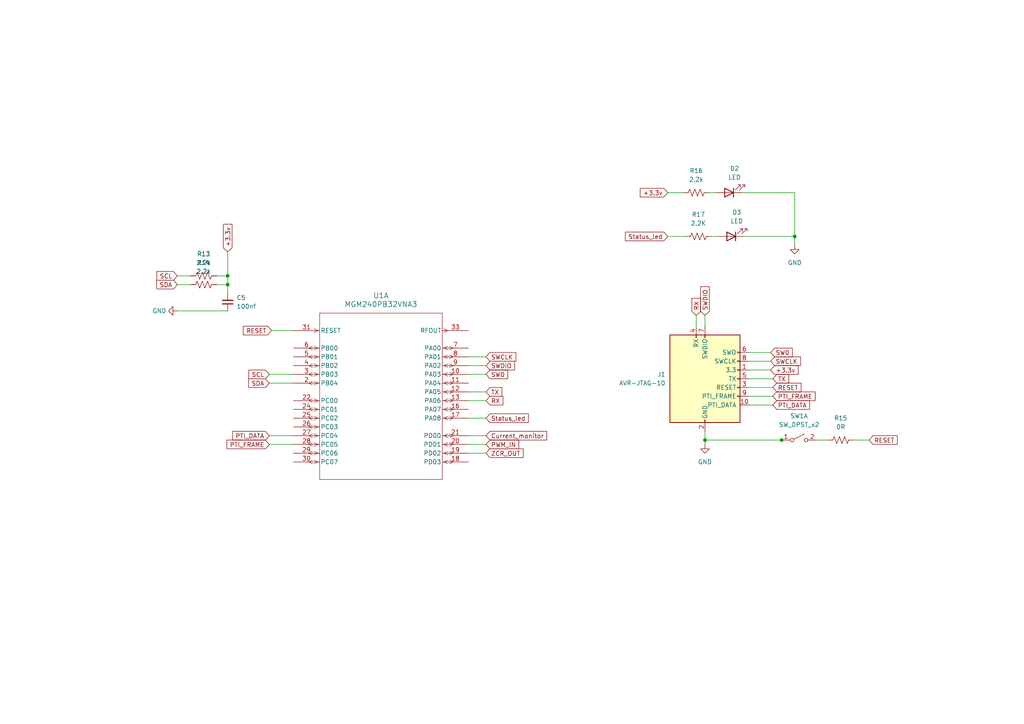
<source format=kicad_sch>
(kicad_sch (version 20230121) (generator eeschema)
  (paper "A4")
  (lib_symbols
    (symbol "2024-01-15_15-52-28:MGM240PB32VNA3" (pin_names (offset 0.254))
      (property "Reference" "U" (at 25.4 10.16 0))
      (property "Value" "MGM240PB32VNA3" (at 25.4 7.62 0))
      (symbol "MGM240PB32VNA3_1_1"
        (polyline (pts (xy 5.5372 -38.6207) (xy 4.4958 -38.1)) (stroke (width 0.127)))
        (polyline (pts (xy 5.5372 -37.5793) (xy 4.4958 -38.1)) (stroke (width 0.127)))
        (polyline (pts (xy 5.5372 -36.0807) (xy 4.4958 -35.56)) (stroke (width 0.127)))
        (polyline (pts (xy 5.5372 -35.0393) (xy 4.4958 -35.56)) (stroke (width 0.127)))
        (polyline (pts (xy 5.5372 -33.5407) (xy 4.4958 -33.02)) (stroke (width 0.127)))
        (polyline (pts (xy 5.5372 -32.4993) (xy 4.4958 -33.02)) (stroke (width 0.127)))
        (polyline (pts (xy 5.5372 -31.0007) (xy 4.4958 -30.48)) (stroke (width 0.127)))
        (polyline (pts (xy 5.5372 -29.9593) (xy 4.4958 -30.48)) (stroke (width 0.127)))
        (polyline (pts (xy 5.5372 -28.4607) (xy 4.4958 -27.94)) (stroke (width 0.127)))
        (polyline (pts (xy 5.5372 -27.4193) (xy 4.4958 -27.94)) (stroke (width 0.127)))
        (polyline (pts (xy 5.5372 -25.9207) (xy 4.4958 -25.4)) (stroke (width 0.127)))
        (polyline (pts (xy 5.5372 -24.8793) (xy 4.4958 -25.4)) (stroke (width 0.127)))
        (polyline (pts (xy 5.5372 -23.3807) (xy 4.4958 -22.86)) (stroke (width 0.127)))
        (polyline (pts (xy 5.5372 -22.3393) (xy 4.4958 -22.86)) (stroke (width 0.127)))
        (polyline (pts (xy 5.5372 -20.8407) (xy 4.4958 -20.32)) (stroke (width 0.127)))
        (polyline (pts (xy 5.5372 -19.7993) (xy 4.4958 -20.32)) (stroke (width 0.127)))
        (polyline (pts (xy 5.5372 -15.7607) (xy 4.4958 -15.24)) (stroke (width 0.127)))
        (polyline (pts (xy 5.5372 -14.7193) (xy 4.4958 -15.24)) (stroke (width 0.127)))
        (polyline (pts (xy 5.5372 -13.2207) (xy 4.4958 -12.7)) (stroke (width 0.127)))
        (polyline (pts (xy 5.5372 -12.1793) (xy 4.4958 -12.7)) (stroke (width 0.127)))
        (polyline (pts (xy 5.5372 -10.6807) (xy 4.4958 -10.16)) (stroke (width 0.127)))
        (polyline (pts (xy 5.5372 -9.6393) (xy 4.4958 -10.16)) (stroke (width 0.127)))
        (polyline (pts (xy 5.5372 -8.1407) (xy 4.4958 -7.62)) (stroke (width 0.127)))
        (polyline (pts (xy 5.5372 -7.0993) (xy 4.4958 -7.62)) (stroke (width 0.127)))
        (polyline (pts (xy 5.5372 -5.6007) (xy 4.4958 -5.08)) (stroke (width 0.127)))
        (polyline (pts (xy 5.5372 -4.5593) (xy 4.4958 -5.08)) (stroke (width 0.127)))
        (polyline (pts (xy 7.0993 -38.1) (xy 6.0579 -38.6207)) (stroke (width 0.127)))
        (polyline (pts (xy 7.0993 -38.1) (xy 6.0579 -37.5793)) (stroke (width 0.127)))
        (polyline (pts (xy 7.0993 -35.56) (xy 6.0579 -36.0807)) (stroke (width 0.127)))
        (polyline (pts (xy 7.0993 -35.56) (xy 6.0579 -35.0393)) (stroke (width 0.127)))
        (polyline (pts (xy 7.0993 -33.02) (xy 6.0579 -33.5407)) (stroke (width 0.127)))
        (polyline (pts (xy 7.0993 -33.02) (xy 6.0579 -32.4993)) (stroke (width 0.127)))
        (polyline (pts (xy 7.0993 -30.48) (xy 6.0579 -31.0007)) (stroke (width 0.127)))
        (polyline (pts (xy 7.0993 -30.48) (xy 6.0579 -29.9593)) (stroke (width 0.127)))
        (polyline (pts (xy 7.0993 -27.94) (xy 6.0579 -28.4607)) (stroke (width 0.127)))
        (polyline (pts (xy 7.0993 -27.94) (xy 6.0579 -27.4193)) (stroke (width 0.127)))
        (polyline (pts (xy 7.0993 -25.4) (xy 6.0579 -25.9207)) (stroke (width 0.127)))
        (polyline (pts (xy 7.0993 -25.4) (xy 6.0579 -24.8793)) (stroke (width 0.127)))
        (polyline (pts (xy 7.0993 -22.86) (xy 6.0579 -23.3807)) (stroke (width 0.127)))
        (polyline (pts (xy 7.0993 -22.86) (xy 6.0579 -22.3393)) (stroke (width 0.127)))
        (polyline (pts (xy 7.0993 -20.32) (xy 6.0579 -20.8407)) (stroke (width 0.127)))
        (polyline (pts (xy 7.0993 -20.32) (xy 6.0579 -19.7993)) (stroke (width 0.127)))
        (polyline (pts (xy 7.0993 -15.24) (xy 6.0579 -15.7607)) (stroke (width 0.127)))
        (polyline (pts (xy 7.0993 -15.24) (xy 6.0579 -14.7193)) (stroke (width 0.127)))
        (polyline (pts (xy 7.0993 -12.7) (xy 6.0579 -13.2207)) (stroke (width 0.127)))
        (polyline (pts (xy 7.0993 -12.7) (xy 6.0579 -12.1793)) (stroke (width 0.127)))
        (polyline (pts (xy 7.0993 -10.16) (xy 6.0579 -10.6807)) (stroke (width 0.127)))
        (polyline (pts (xy 7.0993 -10.16) (xy 6.0579 -9.6393)) (stroke (width 0.127)))
        (polyline (pts (xy 7.0993 -7.62) (xy 6.0579 -8.1407)) (stroke (width 0.127)))
        (polyline (pts (xy 7.0993 -7.62) (xy 6.0579 -7.0993)) (stroke (width 0.127)))
        (polyline (pts (xy 7.0993 -5.08) (xy 6.0579 -5.6007)) (stroke (width 0.127)))
        (polyline (pts (xy 7.0993 -5.08) (xy 6.0579 -4.5593)) (stroke (width 0.127)))
        (polyline (pts (xy 7.0993 0) (xy 6.0579 -0.5207)) (stroke (width 0.127)))
        (polyline (pts (xy 7.0993 0) (xy 6.0579 0.5207)) (stroke (width 0.127)))
        (polyline (pts (xy 7.62 -43.18) (xy 43.18 -43.18)) (stroke (width 0.127)))
        (polyline (pts (xy 7.62 5.08) (xy 7.62 -43.18)) (stroke (width 0.127)))
        (polyline (pts (xy 43.18 -43.18) (xy 43.18 5.08)) (stroke (width 0.127)))
        (polyline (pts (xy 43.18 5.08) (xy 7.62 5.08)) (stroke (width 0.127)))
        (polyline (pts (xy 43.7007 -38.1) (xy 44.7421 -38.6207)) (stroke (width 0.127)))
        (polyline (pts (xy 43.7007 -38.1) (xy 44.7421 -37.5793)) (stroke (width 0.127)))
        (polyline (pts (xy 43.7007 -35.56) (xy 44.7421 -36.0807)) (stroke (width 0.127)))
        (polyline (pts (xy 43.7007 -35.56) (xy 44.7421 -35.0393)) (stroke (width 0.127)))
        (polyline (pts (xy 43.7007 -33.02) (xy 44.7421 -33.5407)) (stroke (width 0.127)))
        (polyline (pts (xy 43.7007 -33.02) (xy 44.7421 -32.4993)) (stroke (width 0.127)))
        (polyline (pts (xy 43.7007 -30.48) (xy 44.7421 -31.0007)) (stroke (width 0.127)))
        (polyline (pts (xy 43.7007 -30.48) (xy 44.7421 -29.9593)) (stroke (width 0.127)))
        (polyline (pts (xy 43.7007 -25.4) (xy 44.7421 -25.9207)) (stroke (width 0.127)))
        (polyline (pts (xy 43.7007 -25.4) (xy 44.7421 -24.8793)) (stroke (width 0.127)))
        (polyline (pts (xy 43.7007 -22.86) (xy 44.7421 -23.3807)) (stroke (width 0.127)))
        (polyline (pts (xy 43.7007 -22.86) (xy 44.7421 -22.3393)) (stroke (width 0.127)))
        (polyline (pts (xy 43.7007 -20.32) (xy 44.7421 -20.8407)) (stroke (width 0.127)))
        (polyline (pts (xy 43.7007 -20.32) (xy 44.7421 -19.7993)) (stroke (width 0.127)))
        (polyline (pts (xy 43.7007 -17.78) (xy 44.7421 -18.3007)) (stroke (width 0.127)))
        (polyline (pts (xy 43.7007 -17.78) (xy 44.7421 -17.2593)) (stroke (width 0.127)))
        (polyline (pts (xy 43.7007 -15.24) (xy 44.7421 -15.7607)) (stroke (width 0.127)))
        (polyline (pts (xy 43.7007 -15.24) (xy 44.7421 -14.7193)) (stroke (width 0.127)))
        (polyline (pts (xy 43.7007 -12.7) (xy 44.7421 -13.2207)) (stroke (width 0.127)))
        (polyline (pts (xy 43.7007 -12.7) (xy 44.7421 -12.1793)) (stroke (width 0.127)))
        (polyline (pts (xy 43.7007 -10.16) (xy 44.7421 -10.6807)) (stroke (width 0.127)))
        (polyline (pts (xy 43.7007 -10.16) (xy 44.7421 -9.6393)) (stroke (width 0.127)))
        (polyline (pts (xy 43.7007 -7.62) (xy 44.7421 -8.1407)) (stroke (width 0.127)))
        (polyline (pts (xy 43.7007 -7.62) (xy 44.7421 -7.0993)) (stroke (width 0.127)))
        (polyline (pts (xy 43.7007 -5.08) (xy 44.7421 -5.6007)) (stroke (width 0.127)))
        (polyline (pts (xy 43.7007 -5.08) (xy 44.7421 -4.5593)) (stroke (width 0.127)))
        (polyline (pts (xy 43.7007 -0.5207) (xy 44.7421 0)) (stroke (width 0.127)))
        (polyline (pts (xy 43.7007 0.5207) (xy 44.7421 0)) (stroke (width 0.127)))
        (polyline (pts (xy 45.2628 -38.6207) (xy 46.3042 -38.1)) (stroke (width 0.127)))
        (polyline (pts (xy 45.2628 -37.5793) (xy 46.3042 -38.1)) (stroke (width 0.127)))
        (polyline (pts (xy 45.2628 -36.0807) (xy 46.3042 -35.56)) (stroke (width 0.127)))
        (polyline (pts (xy 45.2628 -35.0393) (xy 46.3042 -35.56)) (stroke (width 0.127)))
        (polyline (pts (xy 45.2628 -33.5407) (xy 46.3042 -33.02)) (stroke (width 0.127)))
        (polyline (pts (xy 45.2628 -32.4993) (xy 46.3042 -33.02)) (stroke (width 0.127)))
        (polyline (pts (xy 45.2628 -31.0007) (xy 46.3042 -30.48)) (stroke (width 0.127)))
        (polyline (pts (xy 45.2628 -29.9593) (xy 46.3042 -30.48)) (stroke (width 0.127)))
        (polyline (pts (xy 45.2628 -25.9207) (xy 46.3042 -25.4)) (stroke (width 0.127)))
        (polyline (pts (xy 45.2628 -24.8793) (xy 46.3042 -25.4)) (stroke (width 0.127)))
        (polyline (pts (xy 45.2628 -23.3807) (xy 46.3042 -22.86)) (stroke (width 0.127)))
        (polyline (pts (xy 45.2628 -22.3393) (xy 46.3042 -22.86)) (stroke (width 0.127)))
        (polyline (pts (xy 45.2628 -20.8407) (xy 46.3042 -20.32)) (stroke (width 0.127)))
        (polyline (pts (xy 45.2628 -19.7993) (xy 46.3042 -20.32)) (stroke (width 0.127)))
        (polyline (pts (xy 45.2628 -18.3007) (xy 46.3042 -17.78)) (stroke (width 0.127)))
        (polyline (pts (xy 45.2628 -17.2593) (xy 46.3042 -17.78)) (stroke (width 0.127)))
        (polyline (pts (xy 45.2628 -15.7607) (xy 46.3042 -15.24)) (stroke (width 0.127)))
        (polyline (pts (xy 45.2628 -14.7193) (xy 46.3042 -15.24)) (stroke (width 0.127)))
        (polyline (pts (xy 45.2628 -13.2207) (xy 46.3042 -12.7)) (stroke (width 0.127)))
        (polyline (pts (xy 45.2628 -12.1793) (xy 46.3042 -12.7)) (stroke (width 0.127)))
        (polyline (pts (xy 45.2628 -10.6807) (xy 46.3042 -10.16)) (stroke (width 0.127)))
        (polyline (pts (xy 45.2628 -9.6393) (xy 46.3042 -10.16)) (stroke (width 0.127)))
        (polyline (pts (xy 45.2628 -8.1407) (xy 46.3042 -7.62)) (stroke (width 0.127)))
        (polyline (pts (xy 45.2628 -7.0993) (xy 46.3042 -7.62)) (stroke (width 0.127)))
        (polyline (pts (xy 45.2628 -5.6007) (xy 46.3042 -5.08)) (stroke (width 0.127)))
        (polyline (pts (xy 45.2628 -4.5593) (xy 46.3042 -5.08)) (stroke (width 0.127)))
        (pin bidirectional line (at 50.8 -12.7 180) (length 7.62) (name "PA03") (number "10"))
        (pin bidirectional line (at 50.8 -15.24 180) (length 7.62) (name "PA04") (number "11"))
        (pin bidirectional line (at 50.8 -17.78 180) (length 7.62) (name "PA05") (number "12"))
        (pin bidirectional line (at 50.8 -20.32 180) (length 7.62) (name "PA06") (number "13"))
        (pin bidirectional line (at 50.8 -22.86 180) (length 7.62) (name "PA07") (number "16"))
        (pin bidirectional line (at 50.8 -25.4 180) (length 7.62) (name "PA08") (number "17"))
        (pin bidirectional line (at 50.8 -38.1 180) (length 7.62) (name "PD03") (number "18"))
        (pin bidirectional line (at 50.8 -35.56 180) (length 7.62) (name "PD02") (number "19"))
        (pin bidirectional line (at 0 -15.24 0) (length 7.62) (name "PB04") (number "2"))
        (pin bidirectional line (at 50.8 -33.02 180) (length 7.62) (name "PD01") (number "20"))
        (pin bidirectional line (at 50.8 -30.48 180) (length 7.62) (name "PD00") (number "21"))
        (pin bidirectional line (at 0 -20.32 0) (length 7.62) (name "PC00") (number "22"))
        (pin bidirectional line (at 0 -22.86 0) (length 7.62) (name "PC01") (number "24"))
        (pin bidirectional line (at 0 -25.4 0) (length 7.62) (name "PC02") (number "25"))
        (pin bidirectional line (at 0 -27.94 0) (length 7.62) (name "PC03") (number "26"))
        (pin bidirectional line (at 0 -30.48 0) (length 7.62) (name "PC04") (number "27"))
        (pin bidirectional line (at 0 -33.02 0) (length 7.62) (name "PC05") (number "28"))
        (pin bidirectional line (at 0 -35.56 0) (length 7.62) (name "PC06") (number "29"))
        (pin bidirectional line (at 0 -12.7 0) (length 7.62) (name "PB03") (number "3"))
        (pin bidirectional line (at 0 -38.1 0) (length 7.62) (name "PC07") (number "30"))
        (pin input line (at 0 0 0) (length 7.62) (name "RESET") (number "31"))
        (pin output line (at 50.8 0 180) (length 7.62) (name "RFOUT") (number "33"))
        (pin bidirectional line (at 0 -10.16 0) (length 7.62) (name "PB02") (number "4"))
        (pin bidirectional line (at 0 -7.62 0) (length 7.62) (name "PB01") (number "5"))
        (pin bidirectional line (at 0 -5.08 0) (length 7.62) (name "PB00") (number "6"))
        (pin bidirectional line (at 50.8 -5.08 180) (length 7.62) (name "PA00") (number "7"))
        (pin bidirectional line (at 50.8 -7.62 180) (length 7.62) (name "PA01") (number "8"))
        (pin bidirectional line (at 50.8 -10.16 180) (length 7.62) (name "PA02") (number "9"))
      )
      (symbol "MGM240PB32VNA3_2_1"
        (polyline (pts (xy 7.62 -20.32) (xy 43.18 -20.32)) (stroke (width 0.127)))
        (polyline (pts (xy 7.62 5.08) (xy 7.62 -20.32)) (stroke (width 0.127)))
        (polyline (pts (xy 43.18 -20.32) (xy 43.18 5.08)) (stroke (width 0.127)))
        (polyline (pts (xy 43.18 5.08) (xy 7.62 5.08)) (stroke (width 0.127)))
        (pin power_in line (at 50.8 0 180) (length 7.62) (name "GND") (number "1"))
        (pin power_in line (at 50.8 -2.54 180) (length 7.62) (name "GND") (number "14"))
        (pin power_in line (at 0 0 0) (length 7.62) (name "VDD") (number "15"))
        (pin power_in line (at 50.8 -5.08 180) (length 7.62) (name "GND") (number "23"))
        (pin power_in line (at 50.8 -7.62 180) (length 7.62) (name "GND") (number "32"))
        (pin power_in line (at 50.8 -10.16 180) (length 7.62) (name "GND") (number "34"))
        (pin power_in line (at 50.8 -12.7 180) (length 7.62) (name "GND") (number "35"))
        (pin power_in line (at 50.8 -15.24 180) (length 7.62) (name "GND") (number "36"))
      )
    )
    (symbol "Connector:AVR-JTAG-10" (pin_names (offset 1.016))
      (property "Reference" "J1" (at -11.43 1.27 0))
      (property "Value" "AVR-JTAG-10" (at -11.43 -1.27 0))
      (symbol "AVR-JTAG-10_0_1"
        (rectangle (start -10.16 12.7) (end 10.16 -12.7) (stroke (width 0.254)) (fill (type background)))
        (rectangle (start -2.667 12.7) (end -2.413 11.938))
        (rectangle (start -0.127 -11.938) (end 0.127 -12.7))
        (rectangle (start -0.127 12.7) (end 0.127 11.938))
        (rectangle (start 10.16 -4.953) (end 9.398 -5.207))
        (rectangle (start 10.16 -2.413) (end 9.398 -2.667))
        (rectangle (start 10.16 0.127) (end 9.398 -0.127))
        (rectangle (start 10.16 2.667) (end 9.398 2.413))
        (rectangle (start 10.16 5.207) (end 9.398 4.953))
        (rectangle (start 10.16 7.747) (end 9.398 7.493))
      )
      (symbol "AVR-JTAG-10_1_1"
        (pin passive line (at 12.7 2.54 180) (length 2.54) (name "3.3") (number "1"))
        (pin passive line (at 0 -15.24 90) (length 2.54) hide (name "GND") (number "10"))
        (pin passive line (at 12.7 -7.62 180) (length 2.54) (name "PTI_DATA") (number "10"))
        (pin passive line (at 0 -15.24 90) (length 2.54) (name "GND") (number "2"))
        (pin passive line (at 12.7 -2.54 180) (length 2.54) (name "RESET") (number "3"))
        (pin passive line (at -2.54 15.24 270) (length 2.54) (name "RX") (number "4"))
        (pin passive line (at 12.7 0 180) (length 2.54) (name "TX") (number "5"))
        (pin passive line (at 12.7 7.62 180) (length 2.54) (name "SWO") (number "6"))
        (pin passive line (at 0 15.24 270) (length 2.54) (name "SWDIO") (number "7"))
        (pin passive line (at 12.7 5.08 180) (length 2.54) (name "SWCLK") (number "8"))
        (pin passive line (at 12.7 -5.08 180) (length 2.54) (name "PTI_FRAME") (number "9"))
      )
    )
    (symbol "Device:C_Small" (pin_numbers hide) (pin_names (offset 0.254) hide)
      (property "Reference" "C" (at 0.254 1.778 0))
      (property "Value" "C_Small" (at 0.254 -2.032 0))
      (symbol "C_Small_0_1"
        (polyline (pts (xy -1.524 -0.508) (xy 1.524 -0.508)) (stroke (width 0.3302)))
        (polyline (pts (xy -1.524 0.508) (xy 1.524 0.508)) (stroke (width 0.3048)))
      )
      (symbol "C_Small_1_1"
        (pin passive line (at 0 2.54 270) (length 2.032) (name "~") (number "1"))
        (pin passive line (at 0 -2.54 90) (length 2.032) (name "~") (number "2"))
      )
    )
    (symbol "Device:LED" (pin_numbers hide) (pin_names (offset 1.016) hide)
      (property "Reference" "D" (at 0 2.54 0))
      (property "Value" "LED" (at 0 -2.54 0))
      (symbol "LED_0_1"
        (polyline (pts (xy -1.27 -1.27) (xy -1.27 1.27)) (stroke (width 0.254)))
        (polyline (pts (xy -1.27 0) (xy 1.27 0)))
        (polyline (pts (xy 1.27 -1.27) (xy 1.27 1.27) (xy -1.27 0) (xy 1.27 -1.27)) (stroke (width 0.254)))
        (polyline (pts (xy -3.048 -0.762) (xy -4.572 -2.286) (xy -3.81 -2.286) (xy -4.572 -2.286) (xy -4.572 -1.524)))
        (polyline (pts (xy -1.778 -0.762) (xy -3.302 -2.286) (xy -2.54 -2.286) (xy -3.302 -2.286) (xy -3.302 -1.524)))
      )
      (symbol "LED_1_1"
        (pin passive line (at -3.81 0 0) (length 2.54) (name "K") (number "1"))
        (pin passive line (at 3.81 0 180) (length 2.54) (name "A") (number "2"))
      )
    )
    (symbol "Device:R_US" (pin_numbers hide) (pin_names (offset 0))
      (property "Reference" "R" (at 2.54 0 90))
      (property "Value" "R_US" (at -2.54 0 90))
      (symbol "R_US_0_1"
        (polyline (pts (xy 0 -2.286) (xy 0 -2.54)))
        (polyline (pts (xy 0 2.286) (xy 0 2.54)))
        (polyline (pts (xy 0 -0.762) (xy 1.016 -1.143) (xy 0 -1.524) (xy -1.016 -1.905) (xy 0 -2.286)))
        (polyline (pts (xy 0 0.762) (xy 1.016 0.381) (xy 0 0) (xy -1.016 -0.381) (xy 0 -0.762)))
        (polyline (pts (xy 0 2.286) (xy 1.016 1.905) (xy 0 1.524) (xy -1.016 1.143) (xy 0 0.762)))
      )
      (symbol "R_US_1_1"
        (pin passive line (at 0 3.81 270) (length 1.27) (name "~") (number "1"))
        (pin passive line (at 0 -3.81 90) (length 1.27) (name "~") (number "2"))
      )
    )
    (symbol "Switch:SW_DPST_x2" (pin_names (offset 0) hide)
      (property "Reference" "SW" (at 0 3.175 0))
      (property "Value" "SW_DPST_x2" (at 0 -2.54 0))
      (symbol "SW_DPST_x2_0_0"
        (circle (center -2.032 0) (radius 0.508))
        (polyline (pts (xy -1.524 0.254) (xy 1.524 1.778)))
        (circle (center 2.032 0) (radius 0.508))
      )
      (symbol "SW_DPST_x2_1_1"
        (pin passive line (at -5.08 0 0) (length 2.54) (name "A") (number "1"))
        (pin passive line (at 5.08 0 180) (length 2.54) (name "B") (number "2"))
      )
      (symbol "SW_DPST_x2_2_1"
        (pin passive line (at -5.08 0 0) (length 2.54) (name "A") (number "3"))
        (pin passive line (at 5.08 0 180) (length 2.54) (name "B") (number "4"))
      )
    )
    (symbol "power:GND" (power) (pin_names (offset 0))
      (property "Value" "GND" (at 0 -3.81 0))
      (symbol "GND_0_1"
        (polyline (pts (xy 0 0) (xy 0 -1.27) (xy 1.27 -1.27) (xy 0 -2.54) (xy -1.27 -1.27) (xy 0 -1.27)))
      )
      (symbol "GND_1_1"
        (pin power_in line (at 0 0 270) (length 0) hide (name "GND") (number "1"))
      )
    )
  )
  (junction (at 66.04 82.55))
  (junction (at 66.04 80.01))
  (junction (at 226.695 127.635))
  (junction (at 204.47 127.635))
  (junction (at 230.505 68.58))
  (wire (pts (xy 135.89 131.445) (xy 140.97 131.445)))
  (wire (pts (xy 217.17 107.315) (xy 223.52 107.315)))
  (wire (pts (xy 51.435 82.55) (xy 55.245 82.55)))
  (wire (pts (xy 51.435 90.17) (xy 66.04 90.17)))
  (wire (pts (xy 66.04 82.55) (xy 66.04 80.01)))
  (wire (pts (xy 217.17 102.235) (xy 223.52 102.235)))
  (wire (pts (xy 247.65 127.635) (xy 252.095 127.635)))
  (wire (pts (xy 135.89 108.585) (xy 140.97 108.585)))
  (wire (pts (xy 236.855 127.635) (xy 240.03 127.635)))
  (wire (pts (xy 206.375 68.58) (xy 208.28 68.58)))
  (wire (pts (xy 204.47 125.095) (xy 204.47 127.635)))
  (wire (pts (xy 78.105 108.585) (xy 85.09 108.585)))
  (wire (pts (xy 217.17 104.775) (xy 223.52 104.775)))
  (wire (pts (xy 135.89 106.045) (xy 140.97 106.045)))
  (wire (pts (xy 230.505 68.58) (xy 230.505 71.12)))
  (wire (pts (xy 193.675 68.58) (xy 198.755 68.58)))
  (wire (pts (xy 62.865 82.55) (xy 66.04 82.55)))
  (wire (pts (xy 78.105 111.125) (xy 85.09 111.125)))
  (wire (pts (xy 135.89 128.905) (xy 140.97 128.905)))
  (wire (pts (xy 230.505 55.88) (xy 230.505 68.58)))
  (wire (pts (xy 135.89 113.665) (xy 140.97 113.665)))
  (wire (pts (xy 215.265 55.88) (xy 230.505 55.88)))
  (wire (pts (xy 217.17 114.935) (xy 224.155 114.935)))
  (wire (pts (xy 135.89 103.505) (xy 140.97 103.505)))
  (wire (pts (xy 227.33 127.635) (xy 226.695 127.635)))
  (wire (pts (xy 193.675 55.88) (xy 198.12 55.88)))
  (wire (pts (xy 205.74 55.88) (xy 207.645 55.88)))
  (wire (pts (xy 135.89 126.365) (xy 140.97 126.365)))
  (wire (pts (xy 78.105 126.365) (xy 85.09 126.365)))
  (wire (pts (xy 204.47 91.44) (xy 204.47 94.615)))
  (wire (pts (xy 135.89 121.285) (xy 140.97 121.285)))
  (wire (pts (xy 215.9 68.58) (xy 230.505 68.58)))
  (wire (pts (xy 66.04 82.55) (xy 66.04 85.09)))
  (wire (pts (xy 62.865 80.01) (xy 66.04 80.01)))
  (wire (pts (xy 78.105 128.905) (xy 85.09 128.905)))
  (wire (pts (xy 217.17 112.395) (xy 224.155 112.395)))
  (wire (pts (xy 51.435 80.01) (xy 55.245 80.01)))
  (wire (pts (xy 226.695 127.635) (xy 204.47 127.635)))
  (wire (pts (xy 217.17 109.855) (xy 224.155 109.855)))
  (wire (pts (xy 66.04 80.01) (xy 66.04 73.025)))
  (wire (pts (xy 135.89 116.205) (xy 140.97 116.205)))
  (wire (pts (xy 204.47 127.635) (xy 204.47 128.905)))
  (wire (pts (xy 78.74 95.885) (xy 85.09 95.885)))
  (wire (pts (xy 217.17 117.475) (xy 224.155 117.475)))
  (wire (pts (xy 201.93 91.44) (xy 201.93 94.615)))
  (global_label "PTI_FRAME" (shape input) (at 78.105 128.905 180) (property "Intersheetrefs" "${INTERSHEET_REFS}" (effects hide)))
  (global_label "Status_led" (shape input) (at 140.97 121.285 0) (property "Intersheetrefs" "${INTERSHEET_REFS}" (effects hide)))
  (global_label "+3.3v" (shape input) (at 66.04 73.025 90) (property "Intersheetrefs" "${INTERSHEET_REFS}" (effects hide)))
  (global_label "SWDIO" (shape input) (at 204.47 91.44 90) (property "Intersheetrefs" "${INTERSHEET_REFS}" (effects hide)))
  (global_label "+3.3v" (shape input) (at 223.52 107.315 0) (property "Intersheetrefs" "${INTERSHEET_REFS}" (effects hide)))
  (global_label "PTI_DATA" (shape input) (at 224.155 117.475 0) (property "Intersheetrefs" "${INTERSHEET_REFS}" (effects hide)))
  (global_label "PTI_FRAME" (shape input) (at 224.155 114.935 0) (property "Intersheetrefs" "${INTERSHEET_REFS}" (effects hide)))
  (global_label "SCL" (shape input) (at 78.105 108.585 180) (property "Intersheetrefs" "${INTERSHEET_REFS}" (effects hide)))
  (global_label "SW0" (shape input) (at 140.97 108.585 0) (property "Intersheetrefs" "${INTERSHEET_REFS}" (effects hide)))
  (global_label "ZCR_OUT" (shape input) (at 140.97 131.445 0) (property "Intersheetrefs" "${INTERSHEET_REFS}" (effects hide)))
  (global_label "SWCLK" (shape input) (at 140.97 103.505 0) (property "Intersheetrefs" "${INTERSHEET_REFS}" (effects hide)))
  (global_label "TX" (shape input) (at 224.155 109.855 0) (property "Intersheetrefs" "${INTERSHEET_REFS}" (effects hide)))
  (global_label "PTI_DATA" (shape input) (at 78.105 126.365 180) (property "Intersheetrefs" "${INTERSHEET_REFS}" (effects hide)))
  (global_label "SDA" (shape input) (at 78.105 111.125 180) (property "Intersheetrefs" "${INTERSHEET_REFS}" (effects hide)))
  (global_label "SWDIO" (shape input) (at 140.97 106.045 0) (property "Intersheetrefs" "${INTERSHEET_REFS}" (effects hide)))
  (global_label "RESET" (shape input) (at 252.095 127.635 0) (property "Intersheetrefs" "${INTERSHEET_REFS}" (effects hide)))
  (global_label "SCL" (shape input) (at 51.435 80.01 180) (property "Intersheetrefs" "${INTERSHEET_REFS}" (effects hide)))
  (global_label "RX" (shape input) (at 140.97 116.205 0) (property "Intersheetrefs" "${INTERSHEET_REFS}" (effects hide)))
  (global_label "+3.3v" (shape input) (at 193.675 55.88 180) (property "Intersheetrefs" "${INTERSHEET_REFS}" (effects hide)))
  (global_label "SWCLK" (shape input) (at 223.52 104.775 0) (property "Intersheetrefs" "${INTERSHEET_REFS}" (effects hide)))
  (global_label "SW0" (shape input) (at 223.52 102.235 0) (property "Intersheetrefs" "${INTERSHEET_REFS}" (effects hide)))
  (global_label "Current_monitor" (shape input) (at 140.97 126.365 0) (property "Intersheetrefs" "${INTERSHEET_REFS}" (effects hide)))
  (global_label "RESET" (shape input) (at 78.74 95.885 180) (property "Intersheetrefs" "${INTERSHEET_REFS}" (effects hide)))
  (global_label "TX" (shape input) (at 140.97 113.665 0) (property "Intersheetrefs" "${INTERSHEET_REFS}" (effects hide)))
  (global_label "Status_led" (shape input) (at 193.675 68.58 180) (property "Intersheetrefs" "${INTERSHEET_REFS}" (effects hide)))
  (global_label "PWM_IN" (shape input) (at 140.97 128.905 0) (property "Intersheetrefs" "${INTERSHEET_REFS}" (effects hide)))
  (global_label "RESET" (shape input) (at 224.155 112.395 0) (property "Intersheetrefs" "${INTERSHEET_REFS}" (effects hide)))
  (global_label "SDA" (shape input) (at 51.435 82.55 180) (property "Intersheetrefs" "${INTERSHEET_REFS}" (effects hide)))
  (global_label "RX" (shape input) (at 201.93 91.44 90) (property "Intersheetrefs" "${INTERSHEET_REFS}" (effects hide)))
  (symbol (lib_id "2024-01-15_15-52-28:MGM240PB32VNA3") (at 85.09 95.885 0) (unit 1)
    (property "Reference" "U1" (at 110.49 85.725 0) (effects (font (size 1.524 1.524))))
    (property "Value" "MGM240PB32VNA3" (at 110.49 88.265 0) (effects (font (size 1.524 1.524))))
    (property "Footprint" "footprints:xGM240P" (effects hide))
    (property "Datasheet" "MGM240PB32VNA3" (effects hide))
  )
  (symbol (lib_id "power:GND") (at 204.47 128.905 0) (unit 1)
    (property "Reference" "#PWR04" (effects hide))
    (property "Value" "GND" (at 204.47 133.985 0))
  )
  (symbol (lib_id "power:GND") (at 230.505 71.12 0) (unit 1)
    (property "Reference" "#PWR08" (effects hide))
    (property "Value" "GND" (at 230.505 76.2 0))
  )
  (symbol (lib_id "Device:R_US") (at 202.565 68.58 90) (unit 1)
    (property "Reference" "R17" (at 202.565 62.23 90))
    (property "Value" "2.2K" (at 202.565 64.77 90))
    (property "Footprint" "Resistor_SMD:R_0402_1005Metric" (effects hide))
  )
  (symbol (lib_id "Device:C_Small") (at 66.04 87.63 180) (unit 1)
    (property "Reference" "C5" (at 68.58 86.3536 0) (effects (justify right)))
    (property "Value" "100nf" (at 68.58 88.8936 0) (effects (justify right)))
    (property "Footprint" "Capacitor_SMD:C_01005_0402Metric" (effects hide))
  )
  (symbol (lib_id "Device:R_US") (at 59.055 80.01 90) (unit 1)
    (property "Reference" "R13" (at 59.055 73.66 90))
    (property "Value" "2.2k" (at 59.055 76.2 90))
    (property "Footprint" "Resistor_SMD:R_0402_1005Metric" (effects hide))
  )
  (symbol (lib_id "Device:R_US") (at 201.93 55.88 90) (unit 1)
    (property "Reference" "R16" (at 201.93 49.53 90))
    (property "Value" "2.2k" (at 201.93 52.07 90))
    (property "Footprint" "Resistor_SMD:R_0402_1005Metric" (effects hide))
  )
  (symbol (lib_id "Device:R_US") (at 59.055 82.55 90) (unit 1)
    (property "Reference" "R14" (at 59.055 76.2 90))
    (property "Value" "2.2k" (at 59.055 78.74 90))
    (property "Footprint" "Resistor_SMD:R_0402_1005Metric" (effects hide))
  )
  (symbol (lib_id "power:GND") (at 51.435 90.17 270) (unit 1)
    (property "Reference" "#PWR09" (effects hide))
    (property "Value" "GND" (at 48.26 90.17 90) (effects (justify right)))
  )
  (symbol (lib_id "Switch:SW_DPST_x2") (at 231.775 127.635 0) (unit 1)
    (property "Reference" "SW1" (at 231.775 120.65 0))
    (property "Value" "SW_DPST_x2" (at 231.775 123.19 0))
    (property "Footprint" "Button_Switch_SMD:SW_Tactile_SPST_NO_Straight_CK_PTS636Sx25SMTRLFS" (effects hide))
  )
  (symbol (lib_id "Device:R_US") (at 243.84 127.635 90) (unit 1)
    (property "Reference" "R15" (at 243.84 121.285 90))
    (property "Value" "0R" (at 243.84 123.825 90))
    (property "Footprint" "Resistor_SMD:R_0402_1005Metric" (effects hide))
  )
  (symbol (lib_id "Device:LED") (at 212.09 68.58 180) (unit 1)
    (property "Reference" "D3" (at 213.6775 61.595 0))
    (property "Value" "LED" (at 213.6775 64.135 0))
    (property "Footprint" "LED_SMD:LED_0402_1005Metric" (effects hide))
  )
  (symbol (lib_id "Device:LED") (at 211.455 55.88 180) (unit 1)
    (property "Reference" "D2" (at 213.0425 48.895 0))
    (property "Value" "LED" (at 213.0425 51.435 0))
    (property "Footprint" "LED_SMD:LED_0402_1005Metric" (effects hide))
  )
  (symbol (lib_id "Connector:AVR-JTAG-10") (at 204.47 109.855 0) (unit 1)
    (property "Reference" "J1" (at 193.04 108.585 0) (effects (justify right)))
    (property "Value" "AVR-JTAG-10" (at 193.04 111.125 0) (effects (justify right)))
    (property "Footprint" "Connector_PinHeader_1.27mm:PinHeader_2x05_P1.27mm_Vertical_SMD" (effects hide))
    (property "Datasheet" " ~" (effects hide))
  )
)
</source>
